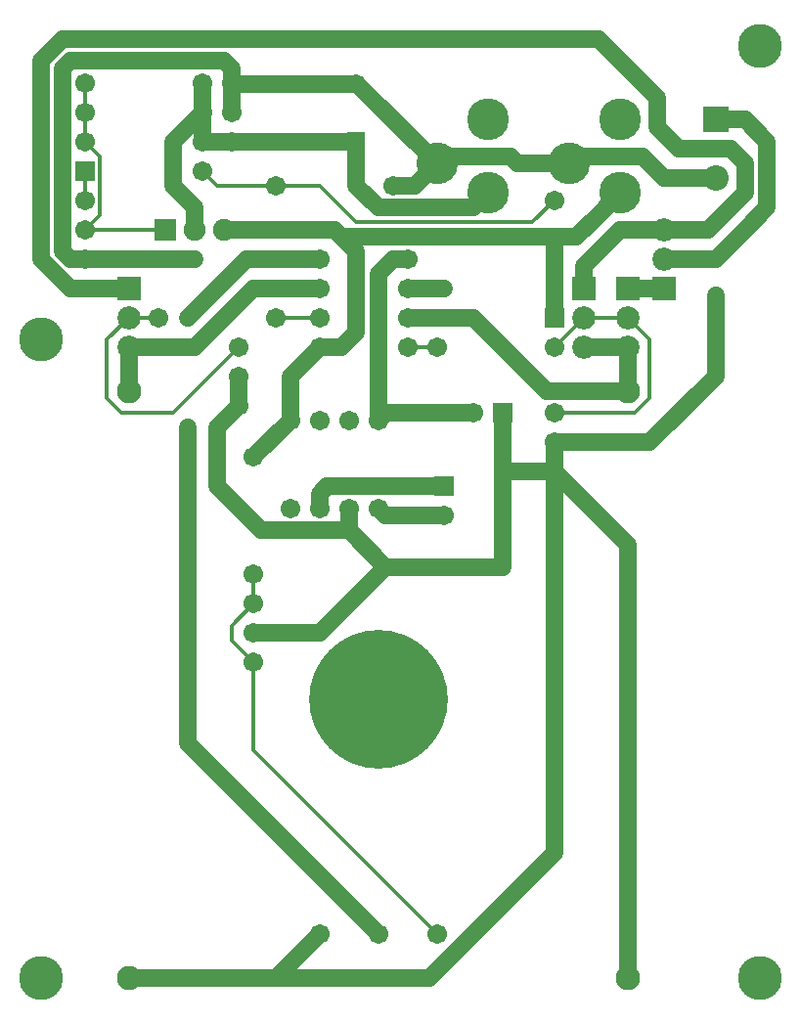
<source format=gbr>
G04 #@! TF.FileFunction,Copper,L2,Bot,Signal*
%FSLAX46Y46*%
G04 Gerber Fmt 4.6, Leading zero omitted, Abs format (unit mm)*
G04 Created by KiCad (PCBNEW 4.0.1-stable) date 04/17/17 03:19:07*
%MOMM*%
G01*
G04 APERTURE LIST*
%ADD10C,0.100000*%
%ADD11R,1.716000X1.716000*%
%ADD12C,1.716000*%
%ADD13R,1.554000X1.716000*%
%ADD14C,3.616000*%
%ADD15C,1.916000*%
%ADD16R,1.916000X1.916000*%
%ADD17C,2.116000*%
%ADD18C,12.000000*%
%ADD19R,2.016000X2.016000*%
%ADD20C,2.016000*%
%ADD21C,3.800000*%
%ADD22R,2.216000X2.216000*%
%ADD23C,2.216000*%
%ADD24C,1.524000*%
%ADD25C,0.304800*%
G04 APERTURE END LIST*
D10*
D11*
X144145000Y-82550000D03*
D12*
X144145000Y-85090000D03*
D13*
X136525000Y-52705000D03*
D12*
X136525000Y-47705000D03*
X125730000Y-52705000D03*
X125730000Y-50165000D03*
X125730000Y-47625000D03*
D11*
X149225000Y-76200000D03*
D12*
X146685000Y-76200000D03*
X153670000Y-76200000D03*
X153670000Y-78740000D03*
X153670000Y-81280000D03*
X126365000Y-70485000D03*
X126365000Y-73025000D03*
X126365000Y-75565000D03*
D11*
X113030520Y-55242460D03*
D12*
X123190000Y-55245000D03*
D11*
X153667460Y-67944480D03*
D12*
X153670000Y-57785000D03*
D14*
X147955000Y-57150000D03*
X147955000Y-50800000D03*
X143510000Y-54610000D03*
X159385000Y-57150000D03*
X159385000Y-50800000D03*
X154940000Y-54610000D03*
D12*
X113030000Y-60325000D03*
X113030000Y-62865000D03*
X113030000Y-57785000D03*
D15*
X122555000Y-60325000D03*
D16*
X120015000Y-60325000D03*
D15*
X125095000Y-60325000D03*
D12*
X123190000Y-47625000D03*
X113030000Y-47625000D03*
X123190000Y-50165000D03*
X113030000Y-50165000D03*
X123190000Y-52705000D03*
X113030000Y-52705000D03*
X129540000Y-56515000D03*
X139700000Y-56515000D03*
X127635000Y-80010000D03*
X127635000Y-90170000D03*
X153670000Y-70485000D03*
X143510000Y-70485000D03*
X119380000Y-67945000D03*
X129540000Y-67945000D03*
D17*
X160020000Y-74295000D03*
X160020000Y-125095000D03*
X116840000Y-74295000D03*
X116840000Y-125095000D03*
D18*
X138430000Y-100965000D03*
D12*
X138430000Y-121285000D03*
X143510000Y-121285000D03*
X133350000Y-121285000D03*
X130810000Y-84455000D03*
X133350000Y-84455000D03*
X135890000Y-84455000D03*
X138430000Y-84455000D03*
X138430000Y-76835000D03*
X135890000Y-76835000D03*
X133350000Y-76835000D03*
X130810000Y-76835000D03*
X140970000Y-70485000D03*
X140970000Y-67945000D03*
X140970000Y-65405000D03*
X140970000Y-62865000D03*
X133350000Y-62865000D03*
X133350000Y-65405000D03*
X133350000Y-67945000D03*
X133350000Y-70485000D03*
X127635000Y-95250000D03*
X127635000Y-97790000D03*
X127635000Y-92710000D03*
D19*
X163195000Y-65405000D03*
D20*
X163195000Y-62865000D03*
X163195000Y-60325000D03*
D19*
X116840000Y-65405000D03*
D20*
X116840000Y-67945000D03*
X116840000Y-70485000D03*
D19*
X156210000Y-65405000D03*
D20*
X156210000Y-67945000D03*
X156210000Y-70485000D03*
D19*
X160020000Y-65405000D03*
D20*
X160020000Y-67945000D03*
X160020000Y-70485000D03*
D21*
X109220000Y-125095000D03*
X171450000Y-125095000D03*
X171450000Y-44450000D03*
X109220000Y-69850000D03*
D22*
X167640000Y-50800000D03*
D23*
X167640000Y-55880000D03*
D24*
X144145000Y-82550000D02*
X133985000Y-82550000D01*
X133350000Y-83185000D02*
X133350000Y-84455000D01*
X133985000Y-82550000D02*
X133350000Y-83185000D01*
X144145000Y-85090000D02*
X139065000Y-85090000D01*
X139065000Y-85090000D02*
X138430000Y-84455000D01*
X147955000Y-57150000D02*
X146685000Y-58420000D01*
X146685000Y-58420000D02*
X138430000Y-58420000D01*
X138430000Y-58420000D02*
X136525000Y-56515000D01*
X136525000Y-56515000D02*
X136525000Y-52705000D01*
X122555000Y-60325000D02*
X122555000Y-58420000D01*
X120650000Y-52705000D02*
X123190000Y-50165000D01*
X120650000Y-56515000D02*
X120650000Y-52705000D01*
X122555000Y-58420000D02*
X120650000Y-56515000D01*
X123190000Y-47625000D02*
X123190000Y-50165000D01*
X123190000Y-50165000D02*
X123190000Y-52705000D01*
X123190000Y-52705000D02*
X125730000Y-52705000D01*
X125730000Y-52705000D02*
X136525000Y-52705000D01*
X161925000Y-78740000D02*
X167640000Y-73025000D01*
X167640000Y-73025000D02*
X167640000Y-66040000D01*
X161925000Y-78740000D02*
X153670000Y-78740000D01*
X113030000Y-62865000D02*
X122555000Y-62865000D01*
X160020000Y-125095000D02*
X160020000Y-87630000D01*
X160020000Y-87630000D02*
X153670000Y-81280000D01*
X153670000Y-81280000D02*
X153670000Y-114300000D01*
X129540000Y-125095000D02*
X142875000Y-125095000D01*
X153670000Y-114300000D02*
X142875000Y-125095000D01*
X125730000Y-47625000D02*
X125730000Y-46355000D01*
X111760000Y-62865000D02*
X113030000Y-62865000D01*
X111125000Y-62230000D02*
X111760000Y-62865000D01*
X111125000Y-46355000D02*
X111125000Y-62230000D01*
X111760000Y-45720000D02*
X111125000Y-46355000D01*
X125095000Y-45720000D02*
X111760000Y-45720000D01*
X125730000Y-46355000D02*
X125095000Y-45720000D01*
X167640000Y-55880000D02*
X163195000Y-55880000D01*
X163195000Y-55880000D02*
X161290000Y-53975000D01*
X161290000Y-53975000D02*
X155575000Y-53975000D01*
X155575000Y-53975000D02*
X154940000Y-54610000D01*
X127635000Y-95250000D02*
X133350000Y-95250000D01*
X133350000Y-95250000D02*
X139065000Y-89535000D01*
X126365000Y-75565000D02*
X124460000Y-77470000D01*
X124460000Y-82550000D02*
X128270000Y-86360000D01*
X124460000Y-77470000D02*
X124460000Y-82550000D01*
X135890000Y-86360000D02*
X128270000Y-86360000D01*
X133350000Y-121285000D02*
X129540000Y-125095000D01*
X129540000Y-125095000D02*
X126365000Y-125095000D01*
X139700000Y-56515000D02*
X141605000Y-56515000D01*
X141605000Y-56515000D02*
X143510000Y-54610000D01*
X126365000Y-73025000D02*
X126365000Y-75565000D01*
X153670000Y-78740000D02*
X153670000Y-81280000D01*
X153670000Y-81280000D02*
X149225000Y-81280000D01*
X149225000Y-81280000D02*
X149860000Y-81280000D01*
X149860000Y-81280000D02*
X149225000Y-81280000D01*
X135890000Y-84455000D02*
X135890000Y-86360000D01*
X139065000Y-89535000D02*
X149225000Y-89535000D01*
X135890000Y-86360000D02*
X139065000Y-89535000D01*
X149225000Y-76200000D02*
X149225000Y-81280000D01*
X149225000Y-81280000D02*
X149225000Y-89535000D01*
X126365000Y-125095000D02*
X116840000Y-125095000D01*
X136525000Y-47705000D02*
X136605000Y-47705000D01*
X136605000Y-47705000D02*
X143510000Y-54610000D01*
X154940000Y-54610000D02*
X150495000Y-54610000D01*
X149860000Y-53975000D02*
X144145000Y-53975000D01*
X150495000Y-54610000D02*
X149860000Y-53975000D01*
X144145000Y-53975000D02*
X143510000Y-54610000D01*
X125730000Y-50165000D02*
X125730000Y-47625000D01*
X125730000Y-47625000D02*
X125810000Y-47705000D01*
X125810000Y-47705000D02*
X136525000Y-47705000D01*
X146685000Y-76200000D02*
X139065000Y-76200000D01*
X139065000Y-76200000D02*
X138430000Y-76835000D01*
X138430000Y-76835000D02*
X138430000Y-64135000D01*
X139700000Y-62865000D02*
X140970000Y-62865000D01*
X138430000Y-64135000D02*
X139700000Y-62865000D01*
D25*
X161925000Y-69850000D02*
X160020000Y-67945000D01*
X161925000Y-74930000D02*
X161925000Y-69850000D01*
X160655000Y-76200000D02*
X161925000Y-74930000D01*
X153035000Y-76200000D02*
X160655000Y-76200000D01*
X153670000Y-70485000D02*
X156210000Y-67945000D01*
X156210000Y-67945000D02*
X160020000Y-67945000D01*
X126365000Y-70485000D02*
X120650000Y-76200000D01*
X114935000Y-69850000D02*
X116840000Y-67945000D01*
X114935000Y-74930000D02*
X114935000Y-69850000D01*
X116205000Y-76200000D02*
X114935000Y-74930000D01*
X120650000Y-76200000D02*
X116205000Y-76200000D01*
X116840000Y-67945000D02*
X119380000Y-67945000D01*
X113030520Y-55242460D02*
X113030520Y-57784480D01*
X113030520Y-57784480D02*
X113030000Y-57785000D01*
X113030520Y-57784480D02*
X113030000Y-57785000D01*
X129540000Y-56515000D02*
X133350000Y-56515000D01*
X151765000Y-59690000D02*
X153670000Y-57785000D01*
X136525000Y-59690000D02*
X151765000Y-59690000D01*
X133350000Y-56515000D02*
X136525000Y-59690000D01*
X129540000Y-56515000D02*
X124460000Y-56515000D01*
X124460000Y-56515000D02*
X123190000Y-55245000D01*
D24*
X153667460Y-67944480D02*
X153667460Y-60960000D01*
X153667460Y-60960000D02*
X153670000Y-60960000D01*
X149225000Y-60960000D02*
X153670000Y-60960000D01*
X153670000Y-60960000D02*
X155575000Y-60960000D01*
X155575000Y-60960000D02*
X157480000Y-59055000D01*
X127635000Y-80010000D02*
X130810000Y-76835000D01*
X159385000Y-57150000D02*
X157480000Y-59055000D01*
X149225000Y-60960000D02*
X135255000Y-60960000D01*
X136527020Y-62230000D02*
X136525000Y-62230000D01*
X136525000Y-62230000D02*
X135255000Y-60960000D01*
X135255000Y-60960000D02*
X134620000Y-60325000D01*
X130810000Y-76835000D02*
X130810000Y-73025000D01*
X130810000Y-73025000D02*
X133350000Y-70485000D01*
X133350000Y-70485000D02*
X135255000Y-70485000D01*
X136527020Y-69212980D02*
X136527020Y-62230000D01*
X135255000Y-70485000D02*
X136527020Y-69212980D01*
X125095000Y-60325000D02*
X133350000Y-60325000D01*
X133350000Y-60325000D02*
X134620000Y-60325000D01*
X160020000Y-65405000D02*
X163195000Y-65405000D01*
X140970000Y-67945000D02*
X146685000Y-67945000D01*
X153035000Y-74295000D02*
X160020000Y-74295000D01*
X146685000Y-67945000D02*
X153035000Y-74295000D01*
X160020000Y-74295000D02*
X160020000Y-70485000D01*
X160020000Y-70485000D02*
X156210000Y-70485000D01*
X116840000Y-65405000D02*
X111760000Y-65405000D01*
X167005000Y-60325000D02*
X163195000Y-60325000D01*
X170180000Y-57150000D02*
X167005000Y-60325000D01*
X170180000Y-54610000D02*
X170180000Y-57150000D01*
X168910000Y-53340000D02*
X170180000Y-54610000D01*
X164465000Y-53340000D02*
X168910000Y-53340000D01*
X162560000Y-51435000D02*
X164465000Y-53340000D01*
X162560000Y-48895000D02*
X162560000Y-51435000D01*
X157480000Y-43815000D02*
X162560000Y-48895000D01*
X111125000Y-43815000D02*
X157480000Y-43815000D01*
X109220000Y-45720000D02*
X111125000Y-43815000D01*
X109220000Y-62865000D02*
X109220000Y-45720000D01*
X111760000Y-65405000D02*
X109220000Y-62865000D01*
X163195000Y-60325000D02*
X159385000Y-60325000D01*
X156210000Y-63500000D02*
X156210000Y-65405000D01*
X159385000Y-60325000D02*
X156210000Y-63500000D01*
X133350000Y-65405000D02*
X127635000Y-65405000D01*
X122555000Y-70485000D02*
X116840000Y-70485000D01*
X127635000Y-65405000D02*
X122555000Y-70485000D01*
X116840000Y-74295000D02*
X116840000Y-70485000D01*
X167640000Y-50800000D02*
X170180000Y-50800000D01*
X172085000Y-52705000D02*
X172085000Y-55245000D01*
X170180000Y-50800000D02*
X172085000Y-52705000D01*
X172085000Y-58420000D02*
X170180000Y-60325000D01*
X172085000Y-55245000D02*
X172085000Y-58420000D01*
X167640000Y-62865000D02*
X163195000Y-62865000D01*
X170180000Y-60325000D02*
X167640000Y-62865000D01*
D25*
X113030000Y-47625000D02*
X113030000Y-50165000D01*
X113030000Y-50165000D02*
X113030000Y-52705000D01*
X113030000Y-52705000D02*
X114300000Y-53975000D01*
X114300000Y-53975000D02*
X114300000Y-59055000D01*
X114300000Y-59055000D02*
X113030000Y-60325000D01*
X113030000Y-60325000D02*
X120015000Y-60325000D01*
X127635000Y-97790000D02*
X127635000Y-105410000D01*
X127635000Y-105410000D02*
X143510000Y-121285000D01*
X127635000Y-90170000D02*
X127635000Y-92710000D01*
X127635000Y-92710000D02*
X125730000Y-94615000D01*
X125730000Y-94615000D02*
X125730000Y-95885000D01*
X125730000Y-95885000D02*
X127635000Y-97790000D01*
X143510000Y-70485000D02*
X140970000Y-70485000D01*
X133350000Y-67945000D02*
X129540000Y-67945000D01*
D24*
X121920000Y-84455000D02*
X121920000Y-77470000D01*
X138430000Y-121285000D02*
X123825000Y-106680000D01*
X121920000Y-104775000D02*
X123825000Y-106680000D01*
X121920000Y-84455000D02*
X121920000Y-104775000D01*
X127000000Y-62865000D02*
X121920000Y-67945000D01*
X128270000Y-62865000D02*
X133350000Y-62865000D01*
X128270000Y-62865000D02*
X127000000Y-62865000D01*
X140970000Y-65405000D02*
X144145000Y-65405000D01*
M02*

</source>
